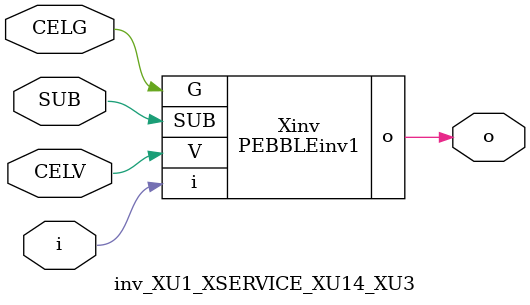
<source format=v>



module PEBBLEinv1 ( o, G, SUB, V, i );

  input V;
  input i;
  input G;
  output o;
  input SUB;
endmodule

//Celera Confidential Do Not Copy inv_XU1_XSERVICE_XU14_XU3
//Celera Confidential Symbol Generator
//5V Inverter
module inv_XU1_XSERVICE_XU14_XU3 (CELV,CELG,i,o,SUB);
input CELV;
input CELG;
input i;
input SUB;
output o;

//Celera Confidential Do Not Copy inv
PEBBLEinv1 Xinv(
.V (CELV),
.i (i),
.o (o),
.SUB (SUB),
.G (CELG)
);
//,diesize,PEBBLEinv1

//Celera Confidential Do Not Copy Module End
//Celera Schematic Generator
endmodule

</source>
